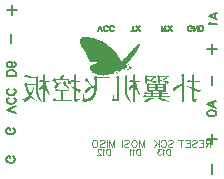
<source format=gbo>
G04 Layer: BottomSilkscreenLayer*
G04 EasyEDA v6.5.28, 2023-08-24 20:05:08*
G04 9c66aa1ce33b43c093e5003b3976a485,a91715704fb945b483ebfb4622a18937,10*
G04 Gerber Generator version 0.2*
G04 Scale: 100 percent, Rotated: No, Reflected: No *
G04 Dimensions in inches *
G04 leading zeros omitted , absolute positions ,3 integer and 6 decimal *
%FSLAX36Y36*%
%MOIN*%

%ADD10C,0.0060*%
%ADD11C,0.0040*%

%LPD*%
G36*
X865440Y3360000D02*
G01*
X864180Y3359900D01*
X859200Y3358260D01*
X858480Y3357900D01*
X855680Y3356840D01*
X851552Y3351900D01*
X865620Y3351900D01*
X865639Y3352020D01*
X866080Y3352100D01*
X866380Y3352400D01*
X866420Y3352700D01*
X866760Y3352860D01*
X867260Y3352900D01*
X867620Y3353020D01*
X867820Y3352820D01*
X868259Y3353220D01*
X868480Y3353100D01*
X868580Y3352799D01*
X870140Y3352799D01*
X870200Y3353240D01*
X870380Y3353120D01*
X870460Y3352840D01*
X870280Y3352660D01*
X870160Y3352700D01*
X870140Y3352799D01*
X868580Y3352799D01*
X868640Y3352000D01*
X868520Y3351440D01*
X868300Y3351120D01*
X867960Y3351080D01*
X867460Y3351320D01*
X867180Y3351180D01*
X866520Y3351300D01*
X865620Y3351900D01*
X851552Y3351900D01*
X850020Y3350040D01*
X850032Y3349420D01*
X864620Y3349420D01*
X864720Y3349580D01*
X865060Y3349140D01*
X865699Y3349240D01*
X866060Y3348820D01*
X866540Y3348620D01*
X867080Y3348220D01*
X867820Y3348100D01*
X868040Y3347919D01*
X868060Y3347720D01*
X867620Y3347260D01*
X867340Y3346720D01*
X866900Y3346560D01*
X866460Y3346680D01*
X865860Y3347520D01*
X865220Y3348159D01*
X864640Y3349380D01*
X850032Y3349420D01*
X851040Y3338000D01*
X850900Y3336680D01*
X851100Y3335920D01*
X851440Y3335620D01*
X851480Y3335440D01*
X852900Y3333860D01*
X853560Y3332980D01*
X854200Y3331580D01*
X854659Y3329900D01*
X855060Y3327380D01*
X855500Y3325800D01*
X856100Y3324400D01*
X857240Y3322600D01*
X858199Y3320740D01*
X858480Y3320040D01*
X861940Y3315700D01*
X862000Y3315419D01*
X861720Y3314320D01*
X862580Y3314140D01*
X865480Y3311019D01*
X868880Y3306360D01*
X869800Y3304660D01*
X870740Y3302240D01*
X874340Y3294880D01*
X875900Y3290700D01*
X876780Y3288980D01*
X876840Y3288519D01*
X879160Y3283560D01*
X879460Y3282679D01*
X880620Y3280280D01*
X882460Y3277340D01*
X882940Y3276300D01*
X883740Y3275779D01*
X884880Y3275419D01*
X888319Y3275059D01*
X889820Y3274980D01*
X892460Y3274560D01*
X901680Y3273380D01*
X917460Y3271500D01*
X911240Y3271500D01*
X909479Y3271420D01*
X909220Y3271240D01*
X908820Y3271139D01*
X907099Y3271000D01*
X902039Y3270320D01*
X901340Y3270020D01*
X898220Y3269300D01*
X896979Y3268840D01*
X896300Y3268500D01*
X893800Y3267559D01*
X892256Y3266800D01*
X962200Y3266840D01*
X962740Y3266720D01*
X961520Y3266720D01*
X961400Y3266800D01*
X892256Y3266800D01*
X891468Y3266380D01*
X965840Y3266420D01*
X971060Y3265920D01*
X976940Y3265240D01*
X977540Y3265080D01*
X977680Y3264840D01*
X977420Y3264620D01*
X976740Y3264520D01*
X974840Y3264660D01*
X969820Y3265440D01*
X968100Y3265920D01*
X965840Y3266259D01*
X965740Y3266380D01*
X891468Y3266380D01*
X886880Y3263580D01*
X886360Y3263080D01*
X885764Y3262300D01*
X988620Y3262300D01*
X988640Y3262500D01*
X989020Y3262500D01*
X988720Y3263860D01*
X988800Y3263920D01*
X990980Y3262580D01*
X991500Y3262100D01*
X991645Y3261780D01*
X999760Y3261780D01*
X999780Y3262020D01*
X999920Y3262260D01*
X1000720Y3262840D01*
X1001040Y3262840D01*
X1001451Y3262040D01*
X1003259Y3262040D01*
X1003580Y3262600D01*
X1003460Y3262840D01*
X1003880Y3262940D01*
X1004200Y3262820D01*
X1004180Y3262740D01*
X1006640Y3262740D01*
X1006700Y3262840D01*
X1007480Y3262700D01*
X1009400Y3262140D01*
X1010699Y3261620D01*
X1010860Y3261480D01*
X1010540Y3261259D01*
X1009900Y3261080D01*
X1009160Y3261019D01*
X1008560Y3261080D01*
X1008040Y3261380D01*
X1006840Y3262420D01*
X1006640Y3262740D01*
X1004040Y3262679D01*
X1003740Y3262260D01*
X1003420Y3262100D01*
X1003400Y3261940D01*
X1003600Y3262100D01*
X1003700Y3262080D01*
X1003760Y3261700D01*
X1003640Y3261280D01*
X1003520Y3261300D01*
X1003259Y3262040D01*
X1001451Y3262040D01*
X1001873Y3260880D01*
X1007300Y3260880D01*
X1007300Y3261040D01*
X1007920Y3260840D01*
X1008720Y3260779D01*
X1012080Y3260840D01*
X1012440Y3260740D01*
X1012676Y3260520D01*
X1013540Y3260520D01*
X1013700Y3260620D01*
X1014539Y3260400D01*
X1014640Y3260280D01*
X1014160Y3260160D01*
X1013700Y3260260D01*
X1013540Y3260520D01*
X1012676Y3260520D01*
X1012920Y3260120D01*
X1012800Y3260000D01*
X1011720Y3259580D01*
X1008340Y3259000D01*
X1007960Y3259040D01*
X1007300Y3260880D01*
X1001873Y3260880D01*
X1002200Y3259880D01*
X1002280Y3259320D01*
X1001720Y3259360D01*
X1002020Y3259660D01*
X1002039Y3259820D01*
X1001940Y3259960D01*
X1001460Y3259900D01*
X1001020Y3259540D01*
X1000680Y3259460D01*
X1000460Y3259680D01*
X1000240Y3260740D01*
X1000639Y3260560D01*
X1000780Y3260720D01*
X1000480Y3261139D01*
X1000540Y3261380D01*
X1000860Y3261540D01*
X1001040Y3261520D01*
X1001280Y3261220D01*
X1000920Y3261180D01*
X1000860Y3260899D01*
X1000960Y3260740D01*
X1001180Y3260659D01*
X1001420Y3260740D01*
X1001580Y3260940D01*
X1001280Y3261820D01*
X1000860Y3261920D01*
X1000400Y3261780D01*
X1000100Y3261400D01*
X1000020Y3261120D01*
X999760Y3261780D01*
X991645Y3261780D01*
X991800Y3261440D01*
X991840Y3260899D01*
X991480Y3260800D01*
X991260Y3260860D01*
X990680Y3260720D01*
X989840Y3261080D01*
X989460Y3261420D01*
X989120Y3261520D01*
X989340Y3261760D01*
X989320Y3261880D01*
X988700Y3262100D01*
X988620Y3262300D01*
X885764Y3262300D01*
X884608Y3260460D01*
X994960Y3260460D01*
X995140Y3260680D01*
X995500Y3260800D01*
X995759Y3260720D01*
X995020Y3260440D01*
X884608Y3260460D01*
X883392Y3258240D01*
X992400Y3258240D01*
X993000Y3258360D01*
X993199Y3258480D01*
X993280Y3258660D01*
X992980Y3260059D01*
X993040Y3260340D01*
X993560Y3260340D01*
X993840Y3260440D01*
X993960Y3260360D01*
X994250Y3259200D01*
X1000879Y3259240D01*
X1001660Y3259360D01*
X1001380Y3258840D01*
X1001380Y3258500D01*
X1000980Y3258759D01*
X1000720Y3259060D01*
X1000699Y3259200D01*
X994250Y3259200D01*
X994300Y3258680D01*
X994160Y3258720D01*
X994080Y3258440D01*
X993940Y3258279D01*
X1002240Y3258240D01*
X1002480Y3258519D01*
X1002380Y3259060D01*
X1002558Y3258740D01*
X1011820Y3258740D01*
X1011960Y3258860D01*
X1012980Y3259120D01*
X1013520Y3259120D01*
X1013716Y3258940D01*
X1014300Y3258940D01*
X1014300Y3259140D01*
X1014539Y3259240D01*
X1016000Y3259180D01*
X1018580Y3258800D01*
X1019240Y3258460D01*
X1020360Y3257580D01*
X1020620Y3257200D01*
X1020560Y3256860D01*
X1019320Y3255580D01*
X1018439Y3255120D01*
X1018100Y3255040D01*
X1016240Y3257500D01*
X1015620Y3258020D01*
X1014680Y3258519D01*
X1014300Y3258940D01*
X1013716Y3258940D01*
X1013800Y3258800D01*
X1013720Y3258680D01*
X1012740Y3258639D01*
X1011820Y3258740D01*
X1002558Y3258740D01*
X1002800Y3258000D01*
X1002360Y3258220D01*
X993920Y3258240D01*
X993780Y3258000D01*
X993580Y3257919D01*
X993460Y3257360D01*
X993220Y3257280D01*
X992920Y3257420D01*
X992620Y3257760D01*
X992400Y3258240D01*
X883392Y3258240D01*
X882960Y3257280D01*
X882834Y3253440D01*
X979100Y3253440D01*
X979200Y3253660D01*
X979659Y3254080D01*
X979720Y3254020D01*
X979500Y3253700D01*
X979160Y3253399D01*
X882834Y3253440D01*
X882820Y3252580D01*
X882980Y3252260D01*
X984800Y3252260D01*
X986740Y3253660D01*
X987060Y3253980D01*
X987080Y3254300D01*
X986580Y3255340D01*
X986620Y3255700D01*
X987000Y3255940D01*
X988880Y3256320D01*
X989120Y3256240D01*
X989020Y3256019D01*
X988180Y3255520D01*
X988020Y3255320D01*
X988020Y3255100D01*
X988266Y3254700D01*
X988740Y3254700D01*
X989040Y3255020D01*
X994599Y3257740D01*
X994860Y3257760D01*
X994890Y3257700D01*
X1001200Y3257700D01*
X1001260Y3258000D01*
X1002060Y3258220D01*
X1001860Y3257860D01*
X1001860Y3257420D01*
X1001979Y3257200D01*
X1002500Y3257200D01*
X1002780Y3257420D01*
X1002900Y3257679D01*
X1003060Y3257240D01*
X1002760Y3257160D01*
X1001979Y3257200D01*
X1002099Y3257000D01*
X1002180Y3256200D01*
X1002440Y3256180D01*
X1002660Y3256340D01*
X1002620Y3256540D01*
X1003199Y3256900D01*
X1003420Y3256380D01*
X1003420Y3256139D01*
X1002860Y3255700D01*
X1002240Y3255380D01*
X1002060Y3255560D01*
X1002039Y3255880D01*
X1001919Y3255980D01*
X1001880Y3256340D01*
X1001200Y3257700D01*
X994890Y3257700D01*
X995120Y3257120D01*
X995240Y3256380D01*
X994980Y3255860D01*
X994520Y3255700D01*
X994000Y3256180D01*
X993900Y3256700D01*
X993520Y3256600D01*
X991260Y3255380D01*
X991080Y3255160D01*
X991136Y3254880D01*
X992820Y3254880D01*
X992860Y3255040D01*
X993120Y3255160D01*
X993360Y3255080D01*
X993540Y3254840D01*
X993560Y3254200D01*
X993439Y3254080D01*
X993259Y3254060D01*
X992940Y3254360D01*
X992820Y3254880D01*
X991140Y3254860D01*
X991640Y3253759D01*
X991700Y3253420D01*
X991580Y3253240D01*
X991408Y3253159D01*
X991940Y3253159D01*
X992060Y3253460D01*
X992280Y3253560D01*
X992460Y3253360D01*
X992520Y3252940D01*
X992140Y3252940D01*
X991940Y3253159D01*
X991280Y3253100D01*
X989620Y3252380D01*
X989340Y3252900D01*
X989320Y3253340D01*
X989539Y3253660D01*
X989539Y3253840D01*
X988800Y3254440D01*
X988740Y3254700D01*
X988266Y3254700D01*
X988540Y3254100D01*
X988520Y3253840D01*
X988259Y3253660D01*
X988240Y3253519D01*
X988100Y3253480D01*
X988139Y3253420D01*
X988520Y3253540D01*
X988740Y3253460D01*
X988379Y3253080D01*
X988020Y3252940D01*
X987720Y3252960D01*
X987360Y3253320D01*
X987140Y3253360D01*
X984800Y3252260D01*
X882980Y3252260D01*
X883880Y3250299D01*
X976280Y3250299D01*
X976400Y3250500D01*
X977020Y3250899D01*
X977840Y3251080D01*
X978102Y3250980D01*
X980980Y3250980D01*
X981040Y3251160D01*
X981520Y3251460D01*
X982140Y3251700D01*
X982520Y3251680D01*
X982580Y3251460D01*
X982280Y3251060D01*
X981380Y3250380D01*
X981140Y3250440D01*
X980980Y3250980D01*
X978102Y3250980D01*
X978139Y3250720D01*
X977540Y3250220D01*
X980380Y3250220D01*
X980560Y3250320D01*
X980840Y3250240D01*
X980960Y3249960D01*
X980879Y3249740D01*
X980600Y3249920D01*
X980380Y3250220D01*
X977540Y3250220D01*
X977420Y3249980D01*
X977460Y3249820D01*
X979659Y3249820D01*
X980060Y3249960D01*
X980300Y3249820D01*
X980400Y3249580D01*
X983640Y3249580D01*
X983760Y3249940D01*
X984020Y3250120D01*
X984300Y3249920D01*
X984479Y3249600D01*
X984440Y3249320D01*
X984260Y3249320D01*
X984120Y3249580D01*
X984020Y3249600D01*
X983960Y3249140D01*
X983760Y3249240D01*
X983640Y3249580D01*
X980400Y3249580D01*
X980340Y3249400D01*
X980040Y3249420D01*
X979680Y3249720D01*
X979659Y3249820D01*
X977460Y3249820D01*
X978020Y3248860D01*
X981600Y3248860D01*
X981860Y3249220D01*
X982000Y3249260D01*
X982220Y3248980D01*
X982280Y3248660D01*
X981940Y3248519D01*
X981880Y3248420D01*
X981740Y3248480D01*
X981600Y3248860D01*
X978020Y3248860D01*
X978020Y3248420D01*
X977851Y3248100D01*
X980540Y3248100D01*
X980620Y3248320D01*
X980939Y3248460D01*
X981060Y3248440D01*
X981020Y3248260D01*
X980780Y3248080D01*
X977851Y3248100D01*
X977420Y3247820D01*
X977120Y3247860D01*
X977400Y3248300D01*
X977000Y3248480D01*
X976280Y3250299D01*
X883880Y3250299D01*
X885305Y3247799D01*
X970220Y3247799D01*
X970740Y3248140D01*
X972080Y3248600D01*
X972120Y3248500D01*
X971680Y3248060D01*
X972140Y3247740D01*
X972380Y3247720D01*
X972560Y3247820D01*
X972680Y3248740D01*
X972440Y3248759D01*
X972840Y3249280D01*
X973700Y3249880D01*
X973980Y3249880D01*
X974080Y3249660D01*
X973820Y3248940D01*
X973820Y3248680D01*
X973920Y3248500D01*
X974400Y3248320D01*
X974460Y3248159D01*
X974084Y3247760D01*
X979720Y3247799D01*
X979780Y3247919D01*
X980040Y3248060D01*
X980200Y3247919D01*
X980020Y3247720D01*
X974084Y3247760D01*
X973540Y3247400D01*
X972780Y3247220D01*
X971400Y3247440D01*
X970260Y3247760D01*
X885305Y3247799D01*
X886340Y3246440D01*
X888460Y3244180D01*
X889980Y3242780D01*
X890220Y3242420D01*
X890240Y3242060D01*
X890400Y3241840D01*
X893500Y3239780D01*
X897520Y3237580D01*
X902380Y3235240D01*
X909120Y3232660D01*
X912500Y3231760D01*
X916220Y3230940D01*
X923000Y3230240D01*
X926840Y3230120D01*
X927700Y3230000D01*
X931740Y3230220D01*
X935920Y3230340D01*
X936480Y3230760D01*
X938460Y3231080D01*
X943000Y3232020D01*
X945000Y3232540D01*
X950100Y3234340D01*
X955580Y3236840D01*
X956000Y3236940D01*
X956000Y3236620D01*
X955400Y3235080D01*
X955260Y3234460D01*
X955280Y3234040D01*
X955420Y3233920D01*
X957480Y3234540D01*
X960360Y3236080D01*
X963080Y3237860D01*
X963100Y3238159D01*
X962720Y3239380D01*
X962240Y3240320D01*
X962180Y3240659D01*
X962280Y3240960D01*
X963100Y3241740D01*
X964720Y3243020D01*
X966680Y3244320D01*
X967140Y3244840D01*
X967660Y3245240D01*
X967780Y3245179D01*
X967940Y3244920D01*
X968100Y3244320D01*
X967940Y3244120D01*
X967080Y3243519D01*
X967620Y3243639D01*
X968780Y3244180D01*
X969040Y3244380D01*
X968880Y3244480D01*
X969080Y3244660D01*
X969780Y3244920D01*
X970040Y3244940D01*
X970220Y3244820D01*
X970840Y3243580D01*
X971140Y3243440D01*
X971880Y3243740D01*
X972960Y3244360D01*
X977300Y3247340D01*
X977500Y3247400D01*
X977558Y3247320D01*
X981060Y3247320D01*
X981080Y3247679D01*
X981260Y3247840D01*
X981440Y3247720D01*
X981340Y3247440D01*
X981120Y3247240D01*
X981060Y3247320D01*
X977558Y3247320D01*
X977900Y3246700D01*
X978245Y3245800D01*
X982540Y3245800D01*
X982760Y3246019D01*
X983080Y3246080D01*
X982940Y3245820D01*
X982660Y3245680D01*
X982540Y3245800D01*
X978245Y3245800D01*
X978340Y3245539D01*
X978500Y3245419D01*
X978720Y3245520D01*
X978820Y3245380D01*
X978760Y3245160D01*
X978600Y3245280D01*
X978660Y3244740D01*
X979120Y3244660D01*
X979200Y3244540D01*
X979160Y3244300D01*
X978960Y3244360D01*
X979040Y3243780D01*
X979260Y3243279D01*
X980920Y3243279D01*
X981100Y3243399D01*
X981260Y3243260D01*
X981380Y3242820D01*
X981340Y3242720D01*
X981160Y3242780D01*
X980939Y3243120D01*
X980920Y3243279D01*
X979260Y3243279D01*
X979580Y3242700D01*
X979860Y3242700D01*
X979920Y3242860D01*
X980380Y3243060D01*
X980460Y3242900D01*
X980220Y3242660D01*
X979900Y3242620D01*
X979860Y3242700D01*
X979580Y3242700D01*
X980020Y3242320D01*
X980759Y3242260D01*
X981620Y3242300D01*
X982800Y3242540D01*
X983520Y3242559D01*
X983740Y3242660D01*
X983860Y3242940D01*
X983960Y3243740D01*
X984080Y3244100D01*
X984300Y3244380D01*
X984419Y3244860D01*
X984880Y3244840D01*
X985180Y3245299D01*
X985300Y3245320D01*
X985380Y3245120D01*
X985780Y3245800D01*
X986040Y3245820D01*
X986040Y3246060D01*
X986280Y3246740D01*
X986500Y3247060D01*
X987720Y3248039D01*
X988100Y3249000D01*
X988040Y3249240D01*
X987880Y3249420D01*
X987480Y3249620D01*
X987220Y3250240D01*
X987400Y3250659D01*
X987420Y3250940D01*
X987600Y3251139D01*
X988340Y3251280D01*
X988400Y3251220D01*
X988180Y3250920D01*
X988060Y3250440D01*
X987760Y3250120D01*
X988120Y3250080D01*
X988259Y3249800D01*
X988379Y3249800D01*
X988400Y3250539D01*
X988560Y3250419D01*
X988700Y3249440D01*
X988800Y3249300D01*
X989180Y3249500D01*
X989440Y3249880D01*
X989419Y3250059D01*
X989160Y3250360D01*
X989020Y3250920D01*
X988800Y3251040D01*
X988940Y3251259D01*
X988640Y3251660D01*
X987420Y3251180D01*
X986979Y3251080D01*
X986620Y3251240D01*
X986580Y3251340D01*
X988760Y3252340D01*
X988920Y3252300D01*
X989060Y3251600D01*
X989580Y3250140D01*
X989820Y3249760D01*
X990160Y3249760D01*
X990720Y3249920D01*
X991680Y3250500D01*
X992200Y3251320D01*
X992520Y3252540D01*
X992640Y3252580D01*
X993020Y3252400D01*
X993180Y3252500D01*
X994140Y3252140D01*
X994320Y3252000D01*
X996919Y3252000D01*
X996940Y3252140D01*
X997260Y3252320D01*
X997440Y3252280D01*
X997400Y3251820D01*
X997180Y3251580D01*
X997039Y3251640D01*
X996919Y3252000D01*
X994320Y3252000D01*
X995300Y3251220D01*
X995840Y3250920D01*
X996340Y3250940D01*
X997600Y3251520D01*
X997920Y3251780D01*
X997980Y3252020D01*
X997740Y3252440D01*
X997860Y3252660D01*
X998960Y3253140D01*
X999100Y3252880D01*
X999140Y3252480D01*
X999360Y3251900D01*
X999640Y3251640D01*
X1000040Y3251620D01*
X1000200Y3251820D01*
X1000020Y3252540D01*
X1000060Y3252980D01*
X1000240Y3253279D01*
X1001560Y3253800D01*
X1004659Y3254720D01*
X1005680Y3255460D01*
X1005740Y3255580D01*
X1005560Y3255659D01*
X1004980Y3255659D01*
X1004900Y3255740D01*
X1005320Y3256019D01*
X1005140Y3256300D01*
X1004980Y3256400D01*
X1004680Y3256180D01*
X1004400Y3256320D01*
X1004160Y3256660D01*
X1003960Y3257300D01*
X1004060Y3257520D01*
X1004520Y3257860D01*
X1004880Y3258440D01*
X1004997Y3258140D01*
X1008500Y3258140D01*
X1008720Y3258320D01*
X1009160Y3258399D01*
X1009440Y3258360D01*
X1009160Y3258180D01*
X1008720Y3258060D01*
X1008500Y3258140D01*
X1004997Y3258140D01*
X1005280Y3257080D01*
X1005500Y3257040D01*
X1006000Y3256380D01*
X1006280Y3256180D01*
X1007380Y3256019D01*
X1008180Y3256060D01*
X1008439Y3255899D01*
X1008860Y3255800D01*
X1009000Y3255840D01*
X1009060Y3256060D01*
X1008940Y3256280D01*
X1008760Y3256400D01*
X1008439Y3256259D01*
X1008199Y3256280D01*
X1008100Y3256420D01*
X1008340Y3256560D01*
X1008360Y3256660D01*
X1008100Y3256660D01*
X1008180Y3256840D01*
X1008860Y3257240D01*
X1009800Y3257559D01*
X1011360Y3257780D01*
X1013000Y3257880D01*
X1014160Y3257780D01*
X1014560Y3257380D01*
X1014920Y3256640D01*
X1015160Y3255820D01*
X1015160Y3255240D01*
X1014500Y3254480D01*
X1013379Y3253639D01*
X1012080Y3252880D01*
X1008180Y3251420D01*
X1007900Y3251200D01*
X1007180Y3250360D01*
X1007159Y3250120D01*
X1007740Y3250080D01*
X1007960Y3250260D01*
X1009820Y3251080D01*
X1011260Y3251540D01*
X1012060Y3251880D01*
X1013720Y3253080D01*
X1014840Y3254100D01*
X1015460Y3254960D01*
X1015660Y3255800D01*
X1015360Y3257080D01*
X1015580Y3257080D01*
X1016720Y3255800D01*
X1017280Y3254840D01*
X1017300Y3254680D01*
X1016040Y3253740D01*
X1016480Y3252919D01*
X1017720Y3253039D01*
X1017660Y3252840D01*
X1017099Y3252500D01*
X1012060Y3250860D01*
X1011420Y3250500D01*
X1010960Y3250380D01*
X1009840Y3249860D01*
X1008860Y3249220D01*
X1008600Y3249140D01*
X1007800Y3249880D01*
X1007740Y3250080D01*
X1007146Y3250080D01*
X1007060Y3249660D01*
X1007600Y3249680D01*
X1007920Y3249220D01*
X1007240Y3249300D01*
X1007400Y3249000D01*
X1007620Y3248820D01*
X1008360Y3248639D01*
X1008700Y3248639D01*
X1009180Y3248960D01*
X1010759Y3249540D01*
X1012720Y3250000D01*
X1015000Y3250740D01*
X1016979Y3251700D01*
X1017520Y3252060D01*
X1017880Y3252420D01*
X1018139Y3252980D01*
X1019400Y3254460D01*
X1019620Y3254620D01*
X1021320Y3255260D01*
X1021840Y3256100D01*
X1022099Y3256860D01*
X1021780Y3257760D01*
X1020960Y3258620D01*
X1017680Y3260320D01*
X1015980Y3260880D01*
X1014180Y3261320D01*
X1012320Y3261620D01*
X1011400Y3262120D01*
X1008780Y3263080D01*
X1007400Y3263420D01*
X1007500Y3263700D01*
X1012460Y3265960D01*
X1012800Y3266240D01*
X1012900Y3266500D01*
X1012840Y3266760D01*
X1012600Y3266840D01*
X1012180Y3266760D01*
X1006240Y3264120D01*
X1006020Y3264180D01*
X1005680Y3264920D01*
X1005380Y3265100D01*
X1002900Y3264540D01*
X1002820Y3264400D01*
X1002900Y3264160D01*
X1004820Y3263940D01*
X1005020Y3263860D01*
X1005060Y3263720D01*
X1004820Y3263399D01*
X1004240Y3263240D01*
X1003560Y3263279D01*
X1002540Y3263740D01*
X1002220Y3264160D01*
X1001620Y3264320D01*
X1000900Y3264300D01*
X997520Y3263180D01*
X997060Y3263159D01*
X997420Y3263420D01*
X997500Y3263620D01*
X996960Y3263580D01*
X996620Y3263440D01*
X996480Y3263260D01*
X996660Y3263060D01*
X996440Y3262900D01*
X996240Y3263039D01*
X995660Y3263980D01*
X995660Y3264180D01*
X995900Y3264360D01*
X1001820Y3265419D01*
X1002440Y3265800D01*
X1002640Y3265840D01*
X1002940Y3266220D01*
X1003379Y3267040D01*
X1005180Y3267919D01*
X1005759Y3267980D01*
X1006420Y3268560D01*
X1007460Y3270080D01*
X1013680Y3277380D01*
X1014260Y3278300D01*
X1021060Y3286440D01*
X1021520Y3287140D01*
X1024300Y3290560D01*
X1024920Y3291540D01*
X1032280Y3301360D01*
X1034640Y3304220D01*
X1037340Y3308780D01*
X1038800Y3310940D01*
X1041160Y3315179D01*
X1042080Y3316420D01*
X1043460Y3319300D01*
X1044720Y3321700D01*
X1046880Y3326540D01*
X1047380Y3327220D01*
X1048600Y3330960D01*
X1048700Y3331760D01*
X1049460Y3334480D01*
X1049980Y3335140D01*
X1049940Y3335580D01*
X1049640Y3335960D01*
X1048820Y3336200D01*
X1047760Y3336640D01*
X1047020Y3336640D01*
X1046280Y3336420D01*
X1043340Y3334660D01*
X1041979Y3333660D01*
X1040260Y3332120D01*
X1038780Y3330600D01*
X1038020Y3329560D01*
X1037840Y3329160D01*
X1036720Y3328000D01*
X1032840Y3324540D01*
X1031160Y3323300D01*
X1029580Y3322360D01*
X1027420Y3320720D01*
X1026300Y3319620D01*
X1025480Y3318500D01*
X1024760Y3316440D01*
X1024380Y3315700D01*
X1023780Y3314940D01*
X1023120Y3313880D01*
X1022940Y3313440D01*
X1022480Y3312760D01*
X1020280Y3310280D01*
X1016020Y3306060D01*
X1014520Y3304260D01*
X1010000Y3299520D01*
X1006400Y3295899D01*
X1003540Y3292740D01*
X1003740Y3286120D01*
X1003900Y3285380D01*
X1003780Y3282679D01*
X1003740Y3277360D01*
X1003840Y3274500D01*
X1003800Y3273720D01*
X1003500Y3272900D01*
X1003340Y3272980D01*
X1002460Y3287480D01*
X1002300Y3287720D01*
X1001979Y3287880D01*
X1001380Y3288000D01*
X1000560Y3288000D01*
X999720Y3287860D01*
X998540Y3287400D01*
X997560Y3286820D01*
X994360Y3284260D01*
X992140Y3282060D01*
X989900Y3279680D01*
X986740Y3275980D01*
X986520Y3275899D01*
X986400Y3276160D01*
X986320Y3277240D01*
X986040Y3278279D01*
X985780Y3278800D01*
X985120Y3280800D01*
X984080Y3283340D01*
X983660Y3285460D01*
X981940Y3289540D01*
X980780Y3291620D01*
X979720Y3293240D01*
X978319Y3295899D01*
X977460Y3297020D01*
X976780Y3297700D01*
X973680Y3302160D01*
X972340Y3304420D01*
X970280Y3307300D01*
X969260Y3308440D01*
X967500Y3310700D01*
X964260Y3314100D01*
X957980Y3319880D01*
X956860Y3320740D01*
X953060Y3324340D01*
X952420Y3324820D01*
X950500Y3325840D01*
X945320Y3329620D01*
X944240Y3330520D01*
X943300Y3331760D01*
X941080Y3333759D01*
X934780Y3338300D01*
X931900Y3339840D01*
X931240Y3340360D01*
X929120Y3341660D01*
X925500Y3343600D01*
X920460Y3345860D01*
X918400Y3346500D01*
X917200Y3347040D01*
X915320Y3348080D01*
X914120Y3348560D01*
X912740Y3348920D01*
X909220Y3349560D01*
X907340Y3350040D01*
X896720Y3353420D01*
X891700Y3354820D01*
X880220Y3357799D01*
X878199Y3358080D01*
X877340Y3358399D01*
X875879Y3358740D01*
X874440Y3359240D01*
X871540Y3359680D01*
X870040Y3359800D01*
X868540Y3359780D01*
G37*
G36*
X1005180Y3267260D02*
G01*
X1004920Y3266960D01*
X1004820Y3266560D01*
X1005100Y3266720D01*
X1005320Y3267120D01*
X1005280Y3267260D01*
G37*
G36*
X1001680Y3260620D02*
G01*
X1001100Y3260460D01*
X1000780Y3260280D01*
X1000560Y3259920D01*
X1000720Y3259860D01*
X1001380Y3260100D01*
X1001800Y3260460D01*
X1001780Y3260580D01*
G37*
G36*
X999120Y3251180D02*
G01*
X998700Y3251060D01*
X998080Y3250680D01*
X996620Y3250240D01*
X996140Y3249960D01*
X996300Y3249460D01*
X996720Y3248940D01*
X997240Y3248500D01*
X998280Y3248140D01*
X998740Y3248440D01*
X999020Y3248020D01*
X999080Y3247799D01*
X999380Y3247360D01*
X1000020Y3247220D01*
X1000800Y3247360D01*
X1003700Y3249320D01*
X1003740Y3249420D01*
X1003520Y3249700D01*
X1003120Y3249480D01*
X1002700Y3249500D01*
X1002200Y3249680D01*
X1000260Y3250800D01*
X999940Y3251060D01*
X999560Y3251180D01*
G37*
G36*
X965960Y3242799D02*
G01*
X965300Y3242440D01*
X965260Y3242260D01*
X965639Y3242380D01*
X966000Y3242679D01*
X966020Y3242780D01*
G37*
G36*
X971960Y3240419D02*
G01*
X971600Y3240340D01*
X969280Y3239200D01*
X968640Y3238780D01*
X968580Y3238460D01*
X969520Y3238159D01*
X969539Y3238080D01*
X969200Y3238020D01*
X968920Y3237780D01*
X968900Y3237679D01*
X969500Y3237880D01*
X970480Y3238440D01*
X971220Y3238580D01*
X972080Y3238620D01*
X972780Y3238540D01*
X973139Y3238399D01*
X973340Y3238200D01*
X973415Y3237900D01*
X975819Y3237860D01*
X978840Y3236040D01*
X978880Y3235940D01*
X978680Y3235940D01*
X977060Y3236800D01*
X975620Y3237820D01*
X975620Y3237900D01*
X973415Y3237900D01*
X973700Y3235740D01*
X974060Y3234740D01*
X974620Y3234000D01*
X975420Y3233500D01*
X976100Y3233320D01*
X976560Y3233420D01*
X976720Y3233700D01*
X976420Y3234120D01*
X975580Y3234860D01*
X975160Y3235500D01*
X974820Y3236660D01*
X974740Y3237600D01*
X974840Y3237660D01*
X975540Y3237300D01*
X977840Y3235820D01*
X978980Y3235280D01*
X979500Y3235299D01*
X979000Y3236380D01*
X978580Y3236500D01*
X977039Y3237760D01*
X976140Y3238320D01*
X975480Y3238560D01*
X972900Y3239180D01*
X972580Y3239360D01*
X972960Y3239440D01*
X973900Y3239300D01*
X973900Y3239480D01*
X973640Y3239760D01*
X972580Y3240360D01*
G37*
G36*
X967080Y3237220D02*
G01*
X966480Y3236900D01*
X966200Y3236640D01*
X966640Y3236680D01*
X967180Y3236900D01*
X967320Y3237160D01*
G37*
G36*
X734800Y3234500D02*
G01*
X723700Y3233300D01*
X723980Y3232280D01*
X724599Y3231480D01*
X725660Y3230899D01*
X727300Y3230500D01*
X727300Y3210600D01*
X724200Y3210600D01*
X719599Y3216700D01*
X713980Y3211720D01*
X711400Y3209200D01*
X711700Y3208480D01*
X712240Y3207980D01*
X713040Y3207700D01*
X714000Y3207600D01*
X727300Y3207600D01*
X727300Y3198800D01*
X724400Y3197480D01*
X721880Y3196100D01*
X719740Y3194660D01*
X717940Y3193220D01*
X716480Y3191780D01*
X715320Y3190340D01*
X714460Y3188940D01*
X713860Y3187580D01*
X713500Y3186300D01*
X713379Y3185120D01*
X713460Y3184020D01*
X713720Y3183060D01*
X714140Y3182240D01*
X714700Y3181580D01*
X715400Y3181100D01*
X716200Y3180800D01*
X717080Y3180740D01*
X718020Y3180899D01*
X719000Y3181320D01*
X720000Y3182000D01*
X720420Y3183780D01*
X721020Y3185640D01*
X721820Y3187540D01*
X722740Y3189460D01*
X724920Y3193200D01*
X727300Y3196600D01*
X727300Y3144600D01*
X727840Y3143740D01*
X729260Y3142820D01*
X731180Y3142100D01*
X733300Y3141800D01*
X734800Y3141800D01*
X734800Y3187500D01*
X736860Y3183279D01*
X739140Y3179200D01*
X741620Y3175280D01*
X744340Y3171500D01*
X747260Y3167880D01*
X750400Y3164400D01*
X751800Y3165600D01*
X749539Y3169160D01*
X747460Y3172940D01*
X745540Y3176880D01*
X743780Y3181000D01*
X742180Y3185260D01*
X740740Y3189600D01*
X739440Y3194040D01*
X738280Y3198540D01*
X737280Y3203060D01*
X736400Y3207600D01*
X750100Y3207600D01*
X750900Y3210600D01*
X734800Y3210600D01*
G37*
G36*
X1231500Y3234200D02*
G01*
X1220000Y3233000D01*
X1220320Y3232020D01*
X1220980Y3231220D01*
X1222100Y3230600D01*
X1223700Y3230200D01*
X1223700Y3211000D01*
X1217100Y3211000D01*
X1212300Y3217700D01*
X1209240Y3214980D01*
X1206480Y3212380D01*
X1203800Y3209700D01*
X1204160Y3208980D01*
X1204740Y3208480D01*
X1205520Y3208200D01*
X1206500Y3208100D01*
X1223700Y3208100D01*
X1223700Y3190400D01*
X1205000Y3196500D01*
X1204600Y3195000D01*
X1223700Y3185200D01*
X1223700Y3153500D01*
X1223780Y3151220D01*
X1224060Y3149160D01*
X1224660Y3147340D01*
X1225660Y3145760D01*
X1227180Y3144440D01*
X1229320Y3143360D01*
X1232160Y3142540D01*
X1235800Y3142000D01*
X1236080Y3143960D01*
X1236500Y3145659D01*
X1237160Y3147080D01*
X1238100Y3148200D01*
X1239540Y3149240D01*
X1241500Y3150100D01*
X1244060Y3150820D01*
X1247300Y3151400D01*
X1247300Y3153000D01*
X1241520Y3152600D01*
X1234000Y3152200D01*
X1232760Y3152320D01*
X1232000Y3152679D01*
X1231600Y3153340D01*
X1231500Y3154300D01*
X1231500Y3181400D01*
X1238360Y3178140D01*
X1245800Y3174800D01*
X1246120Y3173940D01*
X1246580Y3173200D01*
X1247200Y3172600D01*
X1247900Y3172200D01*
X1251900Y3182000D01*
X1248240Y3182900D01*
X1237900Y3185920D01*
X1231500Y3187900D01*
X1231500Y3208100D01*
X1249700Y3208100D01*
X1250500Y3211000D01*
X1231500Y3211000D01*
G37*
G36*
X837800Y3234200D02*
G01*
X826500Y3233000D01*
X826820Y3232020D01*
X827480Y3231240D01*
X828600Y3230659D01*
X830200Y3230299D01*
X830200Y3211300D01*
X828300Y3211300D01*
X823900Y3217400D01*
X818840Y3212679D01*
X816500Y3210299D01*
X815160Y3212559D01*
X814120Y3215480D01*
X813540Y3218700D01*
X813600Y3221800D01*
X811900Y3221800D01*
X811080Y3219260D01*
X810500Y3216800D01*
X770699Y3216800D01*
X766200Y3221400D01*
X758100Y3213600D01*
X758760Y3213100D01*
X759580Y3212780D01*
X760580Y3212600D01*
X761800Y3212500D01*
X766380Y3207240D01*
X771400Y3201900D01*
X768700Y3199680D01*
X766640Y3197480D01*
X765160Y3195360D01*
X764200Y3193360D01*
X763740Y3191540D01*
X763720Y3189920D01*
X764080Y3188580D01*
X764800Y3187540D01*
X765819Y3186860D01*
X767080Y3186580D01*
X768560Y3186740D01*
X770200Y3187400D01*
X771060Y3189100D01*
X773280Y3192700D01*
X776060Y3196480D01*
X779160Y3200240D01*
X782400Y3203860D01*
X787000Y3208600D01*
X786000Y3209400D01*
X782140Y3207919D01*
X778660Y3206360D01*
X775580Y3204740D01*
X772900Y3203100D01*
X770300Y3213900D01*
X810100Y3213900D01*
X809980Y3210419D01*
X810320Y3207420D01*
X811080Y3204980D01*
X812200Y3203200D01*
X813820Y3201980D01*
X815819Y3201520D01*
X817800Y3201940D01*
X819300Y3203300D01*
X819720Y3204640D01*
X819680Y3205960D01*
X819220Y3207220D01*
X818400Y3208399D01*
X830200Y3208399D01*
X830200Y3190200D01*
X816600Y3195500D01*
X816100Y3194200D01*
X822520Y3190040D01*
X830200Y3185200D01*
X830200Y3153200D01*
X830260Y3150960D01*
X830520Y3148940D01*
X831080Y3147180D01*
X832020Y3145659D01*
X833420Y3144360D01*
X835380Y3143320D01*
X838020Y3142540D01*
X841400Y3142000D01*
X841680Y3143900D01*
X842120Y3145580D01*
X842700Y3146980D01*
X843500Y3148100D01*
X844760Y3149120D01*
X846520Y3149940D01*
X848840Y3150580D01*
X851800Y3151100D01*
X851800Y3152700D01*
X840100Y3152000D01*
X838980Y3152120D01*
X838280Y3152480D01*
X837900Y3153100D01*
X837800Y3154000D01*
X837800Y3180600D01*
X846300Y3175700D01*
X846620Y3174840D01*
X847140Y3174100D01*
X847780Y3173500D01*
X848500Y3173100D01*
X852500Y3182700D01*
X849720Y3183460D01*
X842260Y3185840D01*
X837800Y3187400D01*
X837800Y3208399D01*
X850600Y3208399D01*
X851400Y3211300D01*
X837800Y3211300D01*
G37*
G36*
X1035000Y3234000D02*
G01*
X1023600Y3232799D01*
X1023920Y3231780D01*
X1024539Y3230980D01*
X1025620Y3230400D01*
X1027300Y3230000D01*
X1027300Y3211300D01*
X1023400Y3211300D01*
X1018800Y3217799D01*
X1015639Y3215140D01*
X1012800Y3212620D01*
X1010100Y3210000D01*
X1010460Y3209280D01*
X1011040Y3208780D01*
X1011820Y3208500D01*
X1012800Y3208399D01*
X1027300Y3208399D01*
X1027300Y3199700D01*
X1024180Y3198460D01*
X1021460Y3197120D01*
X1019140Y3195740D01*
X1017200Y3194320D01*
X1015600Y3192880D01*
X1014340Y3191440D01*
X1013379Y3190040D01*
X1012700Y3188660D01*
X1012300Y3187360D01*
X1012140Y3186120D01*
X1012200Y3185000D01*
X1012460Y3184000D01*
X1012880Y3183140D01*
X1013480Y3182460D01*
X1014200Y3181960D01*
X1015040Y3181660D01*
X1015980Y3181580D01*
X1016979Y3181740D01*
X1018020Y3182180D01*
X1019100Y3182900D01*
X1019539Y3184720D01*
X1020220Y3186640D01*
X1021100Y3188600D01*
X1022159Y3190580D01*
X1023340Y3192520D01*
X1025939Y3196180D01*
X1027300Y3197799D01*
X1027300Y3144600D01*
X1027820Y3143759D01*
X1029220Y3142880D01*
X1031140Y3142180D01*
X1033300Y3141900D01*
X1035000Y3141900D01*
X1035000Y3188100D01*
X1037060Y3183920D01*
X1039320Y3179880D01*
X1041780Y3175980D01*
X1044440Y3172260D01*
X1047280Y3168700D01*
X1050300Y3165299D01*
X1051700Y3166500D01*
X1049580Y3170059D01*
X1047600Y3173840D01*
X1045759Y3177799D01*
X1044080Y3181920D01*
X1042520Y3186180D01*
X1041080Y3190520D01*
X1039800Y3194960D01*
X1038640Y3199420D01*
X1037600Y3203920D01*
X1036700Y3208399D01*
X1050300Y3208399D01*
X1051100Y3211300D01*
X1035000Y3211300D01*
G37*
G36*
X798199Y3234000D02*
G01*
X795240Y3233020D01*
X792680Y3231920D01*
X790500Y3230740D01*
X788700Y3229480D01*
X787240Y3228180D01*
X786120Y3226840D01*
X785280Y3225520D01*
X784720Y3224220D01*
X784419Y3222960D01*
X784360Y3221760D01*
X784520Y3220659D01*
X784860Y3219680D01*
X785380Y3218820D01*
X786040Y3218120D01*
X786820Y3217620D01*
X787720Y3217320D01*
X788700Y3217240D01*
X789740Y3217400D01*
X790800Y3217860D01*
X791900Y3218600D01*
X792159Y3220560D01*
X792680Y3222559D01*
X793439Y3224560D01*
X794380Y3226560D01*
X795480Y3228460D01*
X796660Y3230240D01*
X797920Y3231880D01*
X799200Y3233300D01*
G37*
G36*
X668900Y3233700D02*
G01*
X661700Y3225299D01*
X662500Y3224900D01*
X663379Y3224740D01*
X664419Y3224860D01*
X665600Y3225299D01*
X669920Y3224480D01*
X674520Y3223740D01*
X679280Y3223080D01*
X688900Y3222040D01*
X693580Y3221680D01*
X702099Y3221300D01*
X702099Y3202300D01*
X675200Y3202300D01*
X670500Y3206900D01*
X662200Y3199600D01*
X662490Y3199300D01*
X696100Y3199300D01*
X695520Y3196320D01*
X694140Y3190680D01*
X692480Y3185460D01*
X690560Y3180620D01*
X689500Y3178340D01*
X687180Y3174080D01*
X684599Y3170200D01*
X683379Y3172400D01*
X681200Y3176920D01*
X679280Y3181620D01*
X677660Y3186480D01*
X676260Y3191500D01*
X675100Y3196660D01*
X674599Y3199300D01*
X662490Y3199300D01*
X662800Y3198980D01*
X663600Y3198540D01*
X664700Y3198279D01*
X666200Y3198100D01*
X667280Y3193540D01*
X668520Y3189080D01*
X669920Y3184720D01*
X671520Y3180480D01*
X673319Y3176360D01*
X675360Y3172360D01*
X677640Y3168519D01*
X680200Y3164800D01*
X677039Y3161800D01*
X673640Y3159120D01*
X670000Y3156700D01*
X666140Y3154560D01*
X662039Y3152660D01*
X657700Y3151000D01*
X657800Y3149800D01*
X660560Y3148560D01*
X662780Y3146840D01*
X664360Y3144680D01*
X665200Y3142100D01*
X669080Y3144240D01*
X672740Y3146660D01*
X676160Y3149380D01*
X679340Y3152360D01*
X682280Y3155640D01*
X683680Y3157380D01*
X685000Y3159200D01*
X688520Y3155779D01*
X692440Y3152559D01*
X694539Y3151019D01*
X699040Y3148100D01*
X701460Y3146740D01*
X706640Y3144180D01*
X712300Y3141900D01*
X713100Y3143300D01*
X710460Y3144680D01*
X707920Y3146139D01*
X705500Y3147679D01*
X703180Y3149280D01*
X700960Y3150960D01*
X698840Y3152700D01*
X696820Y3154500D01*
X693060Y3158320D01*
X689659Y3162380D01*
X688100Y3164500D01*
X689940Y3168060D01*
X691600Y3171840D01*
X693120Y3175840D01*
X694479Y3180059D01*
X695680Y3184520D01*
X696700Y3189200D01*
X697580Y3194140D01*
X698300Y3199300D01*
X702099Y3199300D01*
X702140Y3194160D01*
X702300Y3189440D01*
X702600Y3184580D01*
X703139Y3179620D01*
X703920Y3174620D01*
X705020Y3169600D01*
X705699Y3167100D01*
X706480Y3164620D01*
X708360Y3159740D01*
X709479Y3157340D01*
X710699Y3155000D01*
X712060Y3152679D01*
X713560Y3150419D01*
X715200Y3148220D01*
X716979Y3146080D01*
X718900Y3144000D01*
X721000Y3142000D01*
X722400Y3143000D01*
X719800Y3147160D01*
X718640Y3149280D01*
X716600Y3153660D01*
X715699Y3155899D01*
X714160Y3160440D01*
X712900Y3165080D01*
X711900Y3169780D01*
X711140Y3174560D01*
X710580Y3179360D01*
X710200Y3184180D01*
X709960Y3189020D01*
X709800Y3196220D01*
X709800Y3227100D01*
X701800Y3223800D01*
X696740Y3225020D01*
X691340Y3226460D01*
X685720Y3228080D01*
X680020Y3229840D01*
X674380Y3231740D01*
G37*
G36*
X1196700Y3233500D02*
G01*
X1185100Y3232200D01*
X1185440Y3231220D01*
X1186080Y3230419D01*
X1187160Y3229800D01*
X1188800Y3229400D01*
X1188800Y3202200D01*
X1185240Y3201300D01*
X1181940Y3200299D01*
X1178920Y3199260D01*
X1176160Y3198140D01*
X1173660Y3196980D01*
X1171400Y3195779D01*
X1169380Y3194560D01*
X1167580Y3193300D01*
X1166000Y3192040D01*
X1164640Y3190800D01*
X1163460Y3189540D01*
X1162500Y3188320D01*
X1161720Y3187120D01*
X1161120Y3185960D01*
X1160680Y3184840D01*
X1160400Y3183780D01*
X1160300Y3182780D01*
X1160320Y3181860D01*
X1160480Y3181040D01*
X1160780Y3180299D01*
X1161200Y3179680D01*
X1161720Y3179160D01*
X1162360Y3178759D01*
X1163080Y3178500D01*
X1163900Y3178399D01*
X1164800Y3178420D01*
X1165760Y3178620D01*
X1166800Y3179000D01*
X1167920Y3180740D01*
X1169240Y3182540D01*
X1170740Y3184360D01*
X1174220Y3188000D01*
X1176140Y3189820D01*
X1180260Y3193320D01*
X1184540Y3196580D01*
X1188800Y3199500D01*
X1188800Y3144700D01*
X1189380Y3143759D01*
X1190860Y3142780D01*
X1192900Y3142020D01*
X1195100Y3141700D01*
X1196700Y3141700D01*
G37*
G36*
X1071700Y3233200D02*
G01*
X1063000Y3226600D01*
X1063660Y3226060D01*
X1064580Y3225539D01*
X1065720Y3225059D01*
X1067000Y3224700D01*
X1067000Y3205700D01*
X1067700Y3204980D01*
X1069320Y3204080D01*
X1071400Y3203320D01*
X1073500Y3203000D01*
X1074800Y3203000D01*
X1074800Y3215000D01*
X1089220Y3208940D01*
X1098800Y3205100D01*
X1099140Y3204280D01*
X1099580Y3203600D01*
X1100120Y3203080D01*
X1100800Y3202700D01*
X1106200Y3210400D01*
X1098400Y3211900D01*
X1087480Y3214200D01*
X1074800Y3217100D01*
X1074800Y3226000D01*
X1103100Y3226000D01*
X1104000Y3228900D01*
X1075800Y3228900D01*
G37*
G36*
X1114100Y3233200D02*
G01*
X1105600Y3226700D01*
X1106220Y3226160D01*
X1107160Y3225640D01*
X1108300Y3225160D01*
X1109600Y3224800D01*
X1109600Y3205500D01*
X1110260Y3204760D01*
X1111800Y3203900D01*
X1113800Y3203200D01*
X1115800Y3202900D01*
X1117100Y3202900D01*
X1117100Y3213399D01*
X1123540Y3210620D01*
X1131440Y3207440D01*
X1140800Y3203800D01*
X1141160Y3202980D01*
X1141600Y3202320D01*
X1142120Y3201820D01*
X1142700Y3201500D01*
X1148000Y3209200D01*
X1140280Y3210620D01*
X1129560Y3212860D01*
X1117100Y3215600D01*
X1117100Y3226100D01*
X1145000Y3226100D01*
X1145900Y3229000D01*
X1118000Y3229000D01*
G37*
G36*
X978199Y3231500D02*
G01*
X969400Y3224000D01*
X970080Y3223440D01*
X970939Y3222960D01*
X972080Y3222580D01*
X973600Y3222300D01*
X973600Y3154300D01*
X973540Y3153340D01*
X973300Y3152679D01*
X972760Y3152320D01*
X971800Y3152200D01*
X966300Y3152200D01*
X965540Y3152440D01*
X965180Y3152720D01*
X964800Y3153200D01*
X964240Y3155020D01*
X962740Y3161900D01*
X962000Y3165700D01*
X960800Y3165700D01*
X960400Y3152700D01*
X959080Y3151980D01*
X958220Y3151220D01*
X957740Y3150360D01*
X957600Y3149300D01*
X957740Y3148220D01*
X958199Y3147300D01*
X959020Y3146540D01*
X960220Y3145940D01*
X961840Y3145480D01*
X963920Y3145160D01*
X966500Y3144960D01*
X974100Y3144900D01*
X977860Y3145299D01*
X980080Y3146580D01*
X981140Y3148820D01*
X981400Y3152100D01*
X981400Y3223700D01*
X998700Y3223700D01*
X998720Y3189240D01*
X998840Y3184560D01*
X999120Y3179900D01*
X999659Y3175299D01*
X1000020Y3173020D01*
X1001020Y3168540D01*
X1002380Y3164180D01*
X1004200Y3159960D01*
X1005280Y3157919D01*
X1006500Y3155920D01*
X1007860Y3153960D01*
X1009380Y3152040D01*
X1011040Y3150179D01*
X1012860Y3148380D01*
X1014840Y3146640D01*
X1017020Y3144960D01*
X1019360Y3143340D01*
X1021900Y3141800D01*
X1023199Y3142799D01*
X1021460Y3144400D01*
X1019820Y3146060D01*
X1018319Y3147740D01*
X1016919Y3149480D01*
X1015639Y3151240D01*
X1013379Y3154900D01*
X1012400Y3156780D01*
X1010720Y3160659D01*
X1009360Y3164680D01*
X1008319Y3168840D01*
X1007540Y3173120D01*
X1006979Y3177540D01*
X1006640Y3182080D01*
X1006460Y3186720D01*
X1006400Y3191500D01*
X1006400Y3230299D01*
X997300Y3226500D01*
X982500Y3226500D01*
G37*
G36*
X903100Y3231300D02*
G01*
X893800Y3223200D01*
X894460Y3222660D01*
X895420Y3222160D01*
X896680Y3221700D01*
X898300Y3221400D01*
X898720Y3208540D01*
X898740Y3202520D01*
X898600Y3196800D01*
X893400Y3195600D01*
X887640Y3202220D01*
X881580Y3209560D01*
X875900Y3216720D01*
X871200Y3222900D01*
X861800Y3215200D01*
X862300Y3214700D01*
X863080Y3214440D01*
X864140Y3214460D01*
X865500Y3214800D01*
X868800Y3211920D01*
X872760Y3208660D01*
X881820Y3201660D01*
X891000Y3195000D01*
X887260Y3193900D01*
X883840Y3192700D01*
X880759Y3191440D01*
X877980Y3190100D01*
X875480Y3188740D01*
X873300Y3187340D01*
X871380Y3185920D01*
X869720Y3184500D01*
X868340Y3183080D01*
X867200Y3181700D01*
X866280Y3180340D01*
X865600Y3179020D01*
X865140Y3177780D01*
X864860Y3176600D01*
X864800Y3175520D01*
X864900Y3174540D01*
X865180Y3173660D01*
X865639Y3172919D01*
X866220Y3172320D01*
X866960Y3171880D01*
X867820Y3171600D01*
X868820Y3171500D01*
X869900Y3171600D01*
X871100Y3171900D01*
X873360Y3174840D01*
X876160Y3177880D01*
X879419Y3180920D01*
X883000Y3183920D01*
X886800Y3186820D01*
X890740Y3189560D01*
X894659Y3192080D01*
X898500Y3194300D01*
X898139Y3188700D01*
X897540Y3183440D01*
X896660Y3178540D01*
X896100Y3176220D01*
X895460Y3174000D01*
X894720Y3171880D01*
X893900Y3169860D01*
X892980Y3167940D01*
X891960Y3166120D01*
X890840Y3164400D01*
X889599Y3162799D01*
X888259Y3161300D01*
X886780Y3159900D01*
X885180Y3158600D01*
X883460Y3157420D01*
X881620Y3156360D01*
X879620Y3155419D01*
X877500Y3154580D01*
X875220Y3153860D01*
X872780Y3153279D01*
X870200Y3152799D01*
X868379Y3152660D01*
X867180Y3152860D01*
X866380Y3153460D01*
X865800Y3154500D01*
X864780Y3157140D01*
X863840Y3160179D01*
X862099Y3167000D01*
X860800Y3166800D01*
X861300Y3151400D01*
X859140Y3149500D01*
X857940Y3147940D01*
X857540Y3146580D01*
X857800Y3145299D01*
X858540Y3144180D01*
X859599Y3143340D01*
X860939Y3142780D01*
X862600Y3142480D01*
X864539Y3142400D01*
X866800Y3142540D01*
X869360Y3142880D01*
X874479Y3143840D01*
X878720Y3144920D01*
X882600Y3146259D01*
X886100Y3147880D01*
X887740Y3148780D01*
X889280Y3149760D01*
X892099Y3151900D01*
X894620Y3154300D01*
X895780Y3155600D01*
X897860Y3158399D01*
X899680Y3161440D01*
X901260Y3164740D01*
X902580Y3168300D01*
X903700Y3172100D01*
X904620Y3176139D01*
X905360Y3180440D01*
X905939Y3184960D01*
X906360Y3189720D01*
X906660Y3194720D01*
X906940Y3205440D01*
X906800Y3223200D01*
X948100Y3223200D01*
X949000Y3226100D01*
X907900Y3226100D01*
G37*
G36*
X1101200Y3224800D02*
G01*
X1098160Y3224720D01*
X1095560Y3224380D01*
X1093380Y3223820D01*
X1091620Y3223080D01*
X1090240Y3222220D01*
X1089220Y3221259D01*
X1088520Y3220240D01*
X1088120Y3219220D01*
X1088020Y3218240D01*
X1088180Y3217320D01*
X1088560Y3216500D01*
X1089160Y3215860D01*
X1089960Y3215400D01*
X1090900Y3215179D01*
X1092000Y3215220D01*
X1093200Y3215600D01*
X1094740Y3217900D01*
X1096940Y3220179D01*
X1099480Y3222220D01*
X1102100Y3223800D01*
G37*
G36*
X1141000Y3224100D02*
G01*
X1137920Y3224080D01*
X1135300Y3223800D01*
X1133100Y3223279D01*
X1131320Y3222580D01*
X1129920Y3221740D01*
X1128900Y3220800D01*
X1128200Y3219800D01*
X1127800Y3218780D01*
X1127700Y3217780D01*
X1127860Y3216860D01*
X1128240Y3216040D01*
X1128860Y3215380D01*
X1129640Y3214920D01*
X1130600Y3214680D01*
X1131700Y3214740D01*
X1132900Y3215100D01*
X1134500Y3217360D01*
X1136720Y3219600D01*
X1139240Y3221620D01*
X1141800Y3223200D01*
G37*
G36*
X800600Y3210600D02*
G01*
X790500Y3205600D01*
X791080Y3204880D01*
X791940Y3204380D01*
X793120Y3204140D01*
X794599Y3204200D01*
X796180Y3201940D01*
X797840Y3199780D01*
X801380Y3195700D01*
X805180Y3192020D01*
X807159Y3190340D01*
X809180Y3188759D01*
X813319Y3185940D01*
X817500Y3183600D01*
X818700Y3184800D01*
X817060Y3186280D01*
X813780Y3189700D01*
X810520Y3193660D01*
X807400Y3198080D01*
X804460Y3202880D01*
X803080Y3205400D01*
G37*
G36*
X1078300Y3204600D02*
G01*
X1070000Y3198500D01*
X1070520Y3197980D01*
X1070982Y3197700D01*
X1127500Y3197700D01*
X1127500Y3190800D01*
X1108800Y3190800D01*
X1108800Y3197700D01*
X1101000Y3197700D01*
X1101000Y3190800D01*
X1081300Y3190800D01*
X1081300Y3197700D01*
X1070982Y3197700D01*
X1072220Y3197140D01*
X1073300Y3196900D01*
X1073300Y3187900D01*
X1127500Y3187900D01*
X1127500Y3181500D01*
X1108800Y3181500D01*
X1108800Y3187900D01*
X1101000Y3187900D01*
X1101000Y3181500D01*
X1081300Y3181500D01*
X1081300Y3187900D01*
X1073300Y3187900D01*
X1073300Y3178900D01*
X1074020Y3178279D01*
X1075720Y3177520D01*
X1077880Y3176880D01*
X1080000Y3176600D01*
X1081300Y3176600D01*
X1081300Y3178600D01*
X1117300Y3178600D01*
X1111600Y3178000D01*
X1111760Y3177240D01*
X1112240Y3176600D01*
X1113080Y3176120D01*
X1114300Y3175800D01*
X1114300Y3172200D01*
X1094800Y3172200D01*
X1094800Y3178600D01*
X1088200Y3178600D01*
X1084300Y3178200D01*
X1084520Y3177380D01*
X1085020Y3176720D01*
X1085880Y3176220D01*
X1087100Y3175899D01*
X1087100Y3172200D01*
X1076200Y3172200D01*
X1071500Y3177799D01*
X1065760Y3173240D01*
X1063100Y3170899D01*
X1063400Y3170179D01*
X1063940Y3169680D01*
X1064680Y3169400D01*
X1065600Y3169300D01*
X1114300Y3169300D01*
X1114300Y3161000D01*
X1094800Y3161000D01*
X1094800Y3169300D01*
X1087100Y3169300D01*
X1087100Y3161000D01*
X1072200Y3161000D01*
X1067600Y3166800D01*
X1064480Y3164420D01*
X1061660Y3162120D01*
X1058900Y3159700D01*
X1059240Y3158980D01*
X1059780Y3158480D01*
X1060540Y3158200D01*
X1061500Y3158100D01*
X1119600Y3158100D01*
X1108100Y3154300D01*
X1108660Y3153600D01*
X1109620Y3153159D01*
X1111040Y3152919D01*
X1113000Y3152900D01*
X1116260Y3151180D01*
X1119920Y3149500D01*
X1123960Y3147860D01*
X1128280Y3146320D01*
X1132880Y3144900D01*
X1137680Y3143639D01*
X1142640Y3142559D01*
X1147700Y3141700D01*
X1148500Y3143200D01*
X1142820Y3145160D01*
X1137280Y3147480D01*
X1132080Y3150059D01*
X1129640Y3151380D01*
X1127340Y3152740D01*
X1123260Y3155460D01*
X1121520Y3156800D01*
X1120000Y3158100D01*
X1149600Y3158100D01*
X1150400Y3161000D01*
X1122000Y3161000D01*
X1122000Y3169300D01*
X1142900Y3169300D01*
X1143700Y3172200D01*
X1122000Y3172200D01*
X1122000Y3178600D01*
X1127500Y3178600D01*
X1127500Y3177799D01*
X1128100Y3177080D01*
X1129660Y3176300D01*
X1131800Y3175659D01*
X1134200Y3175400D01*
X1135400Y3175400D01*
X1135400Y3204200D01*
X1126900Y3200700D01*
X1082200Y3200700D01*
G37*
G36*
X773300Y3187700D02*
G01*
X766800Y3182520D01*
X763800Y3179900D01*
X764160Y3179180D01*
X764760Y3178680D01*
X765580Y3178399D01*
X766600Y3178300D01*
X786600Y3178300D01*
X786600Y3148900D01*
X772900Y3148900D01*
X767800Y3155500D01*
X761220Y3150220D01*
X758199Y3147600D01*
X758560Y3146880D01*
X759140Y3146380D01*
X759920Y3146100D01*
X760900Y3146000D01*
X821500Y3146000D01*
X822300Y3148900D01*
X794500Y3148900D01*
X794500Y3178300D01*
X813700Y3178300D01*
X814500Y3181200D01*
X778500Y3181200D01*
G37*
G36*
X1098300Y3156400D02*
G01*
X1090140Y3155740D01*
X1086580Y3155299D01*
X1083320Y3154800D01*
X1080380Y3154240D01*
X1077740Y3153639D01*
X1075380Y3153000D01*
X1073300Y3152320D01*
X1071480Y3151620D01*
X1069900Y3150899D01*
X1068540Y3150140D01*
X1067420Y3149400D01*
X1066520Y3148639D01*
X1065800Y3147900D01*
X1065280Y3147160D01*
X1064940Y3146440D01*
X1064760Y3145760D01*
X1064720Y3145100D01*
X1064820Y3144480D01*
X1065040Y3143920D01*
X1065840Y3142940D01*
X1066980Y3142220D01*
X1067660Y3141980D01*
X1069160Y3141780D01*
X1069960Y3141800D01*
X1071600Y3142220D01*
X1072400Y3142600D01*
X1073200Y3143100D01*
X1075920Y3145100D01*
X1079260Y3147160D01*
X1083220Y3149220D01*
X1087780Y3151220D01*
X1092940Y3153100D01*
X1095740Y3153980D01*
X1098700Y3154800D01*
G37*
D10*
X621453Y3370000D02*
G01*
X621453Y3337273D01*
X607501Y3448636D02*
G01*
X640228Y3448636D01*
X623865Y3465000D02*
G01*
X623865Y3432273D01*
X635273Y3230000D02*
G01*
X606635Y3230000D01*
X635273Y3230000D02*
G01*
X635273Y3239544D01*
X633908Y3243636D01*
X631181Y3246363D01*
X628454Y3247727D01*
X624364Y3249090D01*
X617545Y3249090D01*
X613454Y3247727D01*
X610727Y3246363D01*
X608000Y3243636D01*
X606635Y3239544D01*
X606635Y3230000D01*
X631181Y3274454D02*
G01*
X633908Y3273090D01*
X635273Y3269000D01*
X635273Y3266273D01*
X633908Y3262181D01*
X629818Y3259454D01*
X623000Y3258090D01*
X616181Y3258090D01*
X610727Y3259454D01*
X608000Y3262181D01*
X606635Y3266273D01*
X606635Y3267636D01*
X608000Y3271727D01*
X610727Y3274454D01*
X614818Y3275817D01*
X616181Y3275817D01*
X620273Y3274454D01*
X623000Y3271727D01*
X624364Y3267636D01*
X624364Y3266273D01*
X623000Y3262181D01*
X620273Y3259454D01*
X616181Y3258090D01*
X635273Y3105000D02*
G01*
X606635Y3115909D01*
X635273Y3126817D02*
G01*
X606635Y3115909D01*
X628454Y3156273D02*
G01*
X631181Y3154908D01*
X633908Y3152181D01*
X635273Y3149454D01*
X635273Y3144000D01*
X633908Y3141273D01*
X631181Y3138544D01*
X628454Y3137181D01*
X624364Y3135817D01*
X617545Y3135817D01*
X613454Y3137181D01*
X610727Y3138544D01*
X608000Y3141273D01*
X606635Y3144000D01*
X606635Y3149454D01*
X608000Y3152181D01*
X610727Y3154908D01*
X613454Y3156273D01*
X628454Y3185727D02*
G01*
X631181Y3184364D01*
X633908Y3181635D01*
X635273Y3178908D01*
X635273Y3173454D01*
X633908Y3170727D01*
X631181Y3168000D01*
X628454Y3166635D01*
X624364Y3165273D01*
X617545Y3165273D01*
X613454Y3166635D01*
X610727Y3168000D01*
X608000Y3170727D01*
X606635Y3173454D01*
X606635Y3178908D01*
X608000Y3181635D01*
X610727Y3184364D01*
X613454Y3185727D01*
X626044Y3055455D02*
G01*
X628771Y3054090D01*
X631498Y3051363D01*
X632863Y3048636D01*
X632863Y3043182D01*
X631498Y3040455D01*
X628771Y3037727D01*
X626044Y3036363D01*
X621954Y3035000D01*
X615135Y3035000D01*
X611044Y3036363D01*
X608317Y3037727D01*
X605590Y3040455D01*
X604225Y3043182D01*
X604225Y3048636D01*
X605590Y3051363D01*
X608317Y3054090D01*
X611044Y3055455D01*
X615135Y3055455D01*
X615135Y3048636D02*
G01*
X615135Y3055455D01*
X626044Y2960455D02*
G01*
X628771Y2959090D01*
X631498Y2956363D01*
X632863Y2953636D01*
X632863Y2948182D01*
X631498Y2945455D01*
X628771Y2942727D01*
X626044Y2941363D01*
X621954Y2940000D01*
X615135Y2940000D01*
X611044Y2941363D01*
X608317Y2942727D01*
X605590Y2945455D01*
X604225Y2948182D01*
X604225Y2953636D01*
X605590Y2956363D01*
X608317Y2959090D01*
X611044Y2960455D01*
X615135Y2960455D01*
X615135Y2953636D02*
G01*
X615135Y2960455D01*
X1275091Y3318636D02*
G01*
X1307817Y3318636D01*
X1291454Y3335000D02*
G01*
X1291454Y3302273D01*
X1275091Y3018636D02*
G01*
X1307817Y3018636D01*
X1291454Y3035000D02*
G01*
X1291454Y3002273D01*
X1279727Y3429090D02*
G01*
X1308364Y3440000D01*
X1279727Y3429090D02*
G01*
X1308364Y3418182D01*
X1298818Y3435909D02*
G01*
X1298818Y3422273D01*
X1285182Y3409182D02*
G01*
X1283818Y3406455D01*
X1279727Y3402363D01*
X1308364Y3402363D01*
X1274727Y3134090D02*
G01*
X1303364Y3145000D01*
X1274727Y3134090D02*
G01*
X1303364Y3123182D01*
X1293818Y3140909D02*
G01*
X1293818Y3127273D01*
X1274727Y3105999D02*
G01*
X1276090Y3110091D01*
X1280182Y3112818D01*
X1286999Y3114182D01*
X1291090Y3114182D01*
X1297908Y3112818D01*
X1301999Y3110091D01*
X1303364Y3105999D01*
X1303364Y3103272D01*
X1301999Y3099182D01*
X1297908Y3096455D01*
X1291090Y3095091D01*
X1286999Y3095091D01*
X1280182Y3096455D01*
X1276090Y3099182D01*
X1274727Y3103272D01*
X1274727Y3105999D01*
X1291454Y3230000D02*
G01*
X1291454Y3197273D01*
X1291454Y2935000D02*
G01*
X1291454Y2902273D01*
X910000Y3377600D02*
G01*
X917200Y3396399D01*
X924300Y3377600D02*
G01*
X917200Y3396399D01*
X943599Y3382100D02*
G01*
X942700Y3380300D01*
X941000Y3378499D01*
X939200Y3377600D01*
X935600Y3377600D01*
X933800Y3378499D01*
X931999Y3380300D01*
X931099Y3382100D01*
X930200Y3384800D01*
X930200Y3389299D01*
X931099Y3391999D01*
X931999Y3393699D01*
X933800Y3395500D01*
X935600Y3396399D01*
X939200Y3396399D01*
X941000Y3395500D01*
X942700Y3393699D01*
X943599Y3391999D01*
X963000Y3382100D02*
G01*
X962100Y3380300D01*
X960299Y3378499D01*
X958500Y3377600D01*
X954899Y3377600D01*
X953100Y3378499D01*
X951300Y3380300D01*
X950399Y3382100D01*
X949499Y3384800D01*
X949499Y3389299D01*
X950399Y3391999D01*
X951300Y3393699D01*
X953100Y3395500D01*
X954899Y3396399D01*
X958500Y3396399D01*
X960299Y3395500D01*
X962100Y3393699D01*
X963000Y3391999D01*
X1026307Y3377600D02*
G01*
X1026307Y3396399D01*
X1020007Y3377600D02*
G01*
X1032507Y3377600D01*
X1038407Y3377600D02*
G01*
X1051008Y3396399D01*
X1051008Y3377600D02*
G01*
X1038407Y3396399D01*
X1125000Y3377600D02*
G01*
X1125000Y3396399D01*
X1125000Y3377600D02*
G01*
X1133100Y3377600D01*
X1135699Y3378499D01*
X1136599Y3379400D01*
X1137500Y3381199D01*
X1137500Y3383000D01*
X1136599Y3384800D01*
X1135699Y3385700D01*
X1133100Y3386599D01*
X1125000Y3386599D01*
X1131300Y3386599D02*
G01*
X1137500Y3396399D01*
X1143400Y3377600D02*
G01*
X1156000Y3396399D01*
X1156000Y3377600D02*
G01*
X1143400Y3396399D01*
X1223400Y3382100D02*
G01*
X1222500Y3380300D01*
X1220699Y3378499D01*
X1218900Y3377600D01*
X1215399Y3377600D01*
X1213599Y3378499D01*
X1211800Y3380300D01*
X1210900Y3382100D01*
X1210000Y3384800D01*
X1210000Y3389299D01*
X1210900Y3391999D01*
X1211800Y3393699D01*
X1213599Y3395500D01*
X1215399Y3396399D01*
X1218900Y3396399D01*
X1220699Y3395500D01*
X1222500Y3393699D01*
X1223400Y3391999D01*
X1223400Y3389299D01*
X1218900Y3389299D02*
G01*
X1223400Y3389299D01*
X1229300Y3377600D02*
G01*
X1229300Y3396399D01*
X1229300Y3377600D02*
G01*
X1241899Y3396399D01*
X1241899Y3377600D02*
G01*
X1241899Y3396399D01*
X1247799Y3377600D02*
G01*
X1247799Y3396399D01*
X1247799Y3377600D02*
G01*
X1253999Y3377600D01*
X1256700Y3378499D01*
X1258500Y3380300D01*
X1259399Y3382100D01*
X1260299Y3384800D01*
X1260299Y3389299D01*
X1259399Y3391999D01*
X1258500Y3393699D01*
X1256700Y3395500D01*
X1253999Y3396399D01*
X1247799Y3396399D01*
D11*
X1285000Y3015227D02*
G01*
X1285000Y2991363D01*
X1285000Y3015227D02*
G01*
X1274772Y3015227D01*
X1271364Y3014090D01*
X1270227Y3012955D01*
X1269090Y3010682D01*
X1269090Y3008409D01*
X1270227Y3006136D01*
X1271364Y3005000D01*
X1274772Y3003863D01*
X1285000Y3003863D01*
X1277044Y3003863D02*
G01*
X1269090Y2991363D01*
X1261590Y3015227D02*
G01*
X1261590Y2991363D01*
X1261590Y3015227D02*
G01*
X1246818Y3015227D01*
X1261590Y3003863D02*
G01*
X1252500Y3003863D01*
X1261590Y2991363D02*
G01*
X1246818Y2991363D01*
X1223409Y3011817D02*
G01*
X1225681Y3014090D01*
X1229090Y3015227D01*
X1233635Y3015227D01*
X1237044Y3014090D01*
X1239318Y3011817D01*
X1239318Y3009544D01*
X1238181Y3007273D01*
X1237044Y3006136D01*
X1234772Y3005000D01*
X1227955Y3002727D01*
X1225681Y3001590D01*
X1224544Y3000455D01*
X1223409Y2998182D01*
X1223409Y2994773D01*
X1225681Y2992500D01*
X1229090Y2991363D01*
X1233635Y2991363D01*
X1237044Y2992500D01*
X1239318Y2994773D01*
X1215909Y3015227D02*
G01*
X1215909Y2991363D01*
X1215909Y3015227D02*
G01*
X1201135Y3015227D01*
X1215909Y3003863D02*
G01*
X1206818Y3003863D01*
X1215909Y2991363D02*
G01*
X1201135Y2991363D01*
X1185681Y3015227D02*
G01*
X1185681Y2991363D01*
X1193635Y3015227D02*
G01*
X1177727Y3015227D01*
X1144090Y3011817D02*
G01*
X1146364Y3014090D01*
X1149772Y3015227D01*
X1154318Y3015227D01*
X1157727Y3014090D01*
X1160000Y3011817D01*
X1160000Y3009544D01*
X1158864Y3007273D01*
X1157727Y3006136D01*
X1155455Y3005000D01*
X1148635Y3002727D01*
X1146364Y3001590D01*
X1145227Y3000455D01*
X1144090Y2998182D01*
X1144090Y2994773D01*
X1146364Y2992500D01*
X1149772Y2991363D01*
X1154318Y2991363D01*
X1157727Y2992500D01*
X1160000Y2994773D01*
X1119544Y3009544D02*
G01*
X1120681Y3011817D01*
X1122955Y3014090D01*
X1125227Y3015227D01*
X1129772Y3015227D01*
X1132044Y3014090D01*
X1134318Y3011817D01*
X1135455Y3009544D01*
X1136590Y3006136D01*
X1136590Y3000455D01*
X1135455Y2997044D01*
X1134318Y2994773D01*
X1132044Y2992500D01*
X1129772Y2991363D01*
X1125227Y2991363D01*
X1122955Y2992500D01*
X1120681Y2994773D01*
X1119544Y2997044D01*
X1112044Y3015227D02*
G01*
X1112044Y2991363D01*
X1096135Y3015227D02*
G01*
X1112044Y2999317D01*
X1106364Y3005000D02*
G01*
X1096135Y2991363D01*
X1065000Y3015227D02*
G01*
X1065000Y2991363D01*
X1065000Y3015227D02*
G01*
X1055909Y2991363D01*
X1046818Y3015227D02*
G01*
X1055909Y2991363D01*
X1046818Y3015227D02*
G01*
X1046818Y2991363D01*
X1032500Y3015227D02*
G01*
X1034772Y3014090D01*
X1037044Y3011817D01*
X1038181Y3009544D01*
X1039318Y3006136D01*
X1039318Y3000455D01*
X1038181Y2997044D01*
X1037044Y2994773D01*
X1034772Y2992500D01*
X1032500Y2991363D01*
X1027955Y2991363D01*
X1025681Y2992500D01*
X1023409Y2994773D01*
X1022272Y2997044D01*
X1021135Y3000455D01*
X1021135Y3006136D01*
X1022272Y3009544D01*
X1023409Y3011817D01*
X1025681Y3014090D01*
X1027955Y3015227D01*
X1032500Y3015227D01*
X997727Y3011817D02*
G01*
X1000000Y3014090D01*
X1003409Y3015227D01*
X1007955Y3015227D01*
X1011364Y3014090D01*
X1013635Y3011817D01*
X1013635Y3009544D01*
X1012500Y3007273D01*
X1011364Y3006136D01*
X1009090Y3005000D01*
X1002272Y3002727D01*
X1000000Y3001590D01*
X998864Y3000455D01*
X997727Y2998182D01*
X997727Y2994773D01*
X1000000Y2992500D01*
X1003409Y2991363D01*
X1007955Y2991363D01*
X1011364Y2992500D01*
X1013635Y2994773D01*
X990227Y3015227D02*
G01*
X990227Y2991363D01*
X965000Y3015227D02*
G01*
X965000Y2991363D01*
X965000Y3015227D02*
G01*
X955909Y2991363D01*
X946818Y3015227D02*
G01*
X955909Y2991363D01*
X946818Y3015227D02*
G01*
X946818Y2991363D01*
X939318Y3015227D02*
G01*
X939318Y2991363D01*
X915909Y3011817D02*
G01*
X918181Y3014090D01*
X921590Y3015227D01*
X926135Y3015227D01*
X929544Y3014090D01*
X931818Y3011817D01*
X931818Y3009544D01*
X930681Y3007273D01*
X929544Y3006136D01*
X927272Y3005000D01*
X920455Y3002727D01*
X918181Y3001590D01*
X917044Y3000455D01*
X915909Y2998182D01*
X915909Y2994773D01*
X918181Y2992500D01*
X921590Y2991363D01*
X926135Y2991363D01*
X929544Y2992500D01*
X931818Y2994773D01*
X901590Y3015227D02*
G01*
X903864Y3014090D01*
X906135Y3011817D01*
X907272Y3009544D01*
X908409Y3006136D01*
X908409Y3000455D01*
X907272Y2997044D01*
X906135Y2994773D01*
X903864Y2992500D01*
X901590Y2991363D01*
X897044Y2991363D01*
X894772Y2992500D01*
X892500Y2994773D01*
X891364Y2997044D01*
X890227Y3000455D01*
X890227Y3006136D01*
X891364Y3009544D01*
X892500Y3011817D01*
X894772Y3014090D01*
X897044Y3015227D01*
X901590Y3015227D01*
X1150000Y2985182D02*
G01*
X1150000Y2966091D01*
X1150000Y2985182D02*
G01*
X1143635Y2985182D01*
X1140909Y2984272D01*
X1139090Y2982455D01*
X1138181Y2980635D01*
X1137272Y2977908D01*
X1137272Y2973364D01*
X1138181Y2970635D01*
X1139090Y2968818D01*
X1140909Y2966999D01*
X1143635Y2966091D01*
X1150000Y2966091D01*
X1131273Y2981545D02*
G01*
X1129454Y2982455D01*
X1126727Y2985182D01*
X1126727Y2966091D01*
X1118909Y2985182D02*
G01*
X1108909Y2985182D01*
X1114363Y2977908D01*
X1111635Y2977908D01*
X1109817Y2976999D01*
X1108909Y2976091D01*
X1108000Y2973364D01*
X1108000Y2971545D01*
X1108909Y2968818D01*
X1110726Y2966999D01*
X1113455Y2966091D01*
X1116181Y2966091D01*
X1118909Y2966999D01*
X1119817Y2967908D01*
X1120726Y2969726D01*
X1050000Y2985182D02*
G01*
X1050000Y2966091D01*
X1050000Y2985182D02*
G01*
X1043635Y2985182D01*
X1040909Y2984272D01*
X1039090Y2982455D01*
X1038181Y2980635D01*
X1037272Y2977908D01*
X1037272Y2973364D01*
X1038181Y2970635D01*
X1039090Y2968818D01*
X1040909Y2966999D01*
X1043635Y2966091D01*
X1050000Y2966091D01*
X1031273Y2981545D02*
G01*
X1029454Y2982455D01*
X1026727Y2985182D01*
X1026727Y2966091D01*
X1020726Y2981545D02*
G01*
X1018909Y2982455D01*
X1016181Y2985182D01*
X1016181Y2966091D01*
X950000Y2985182D02*
G01*
X950000Y2966091D01*
X950000Y2985182D02*
G01*
X943635Y2985182D01*
X940909Y2984272D01*
X939090Y2982455D01*
X938181Y2980635D01*
X937272Y2977908D01*
X937272Y2973364D01*
X938181Y2970635D01*
X939090Y2968818D01*
X940909Y2966999D01*
X943635Y2966091D01*
X950000Y2966091D01*
X931273Y2981545D02*
G01*
X929454Y2982455D01*
X926727Y2985182D01*
X926727Y2966091D01*
X919817Y2980635D02*
G01*
X919817Y2981545D01*
X918909Y2983364D01*
X918000Y2984272D01*
X916181Y2985182D01*
X912545Y2985182D01*
X910726Y2984272D01*
X909817Y2983364D01*
X908909Y2981545D01*
X908909Y2979726D01*
X909817Y2977908D01*
X911635Y2975182D01*
X920726Y2966091D01*
X908000Y2966091D01*
M02*

</source>
